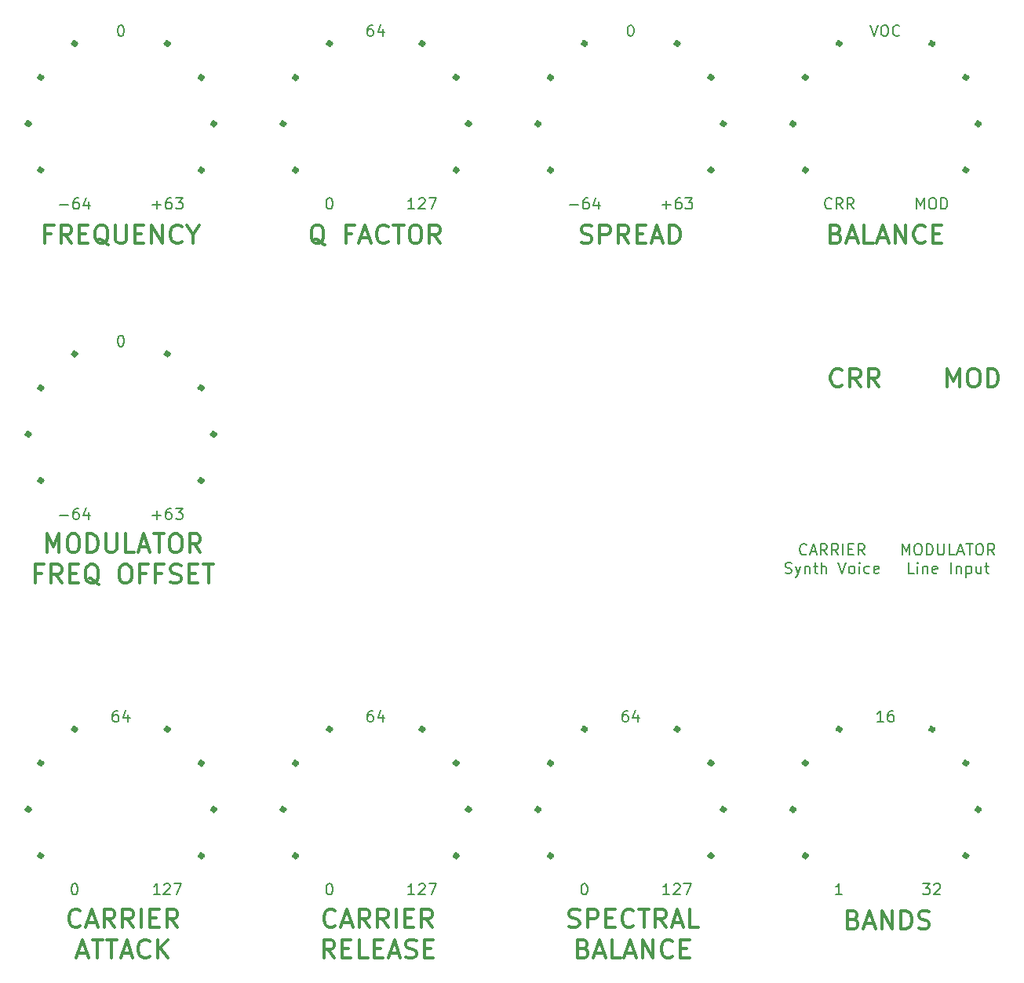
<source format=gbr>
G04 #@! TF.GenerationSoftware,KiCad,Pcbnew,(5.1.4)-1*
G04 #@! TF.CreationDate,2020-12-21T14:05:13-05:00*
G04 #@! TF.ProjectId,vocoder_faceplate,766f636f-6465-4725-9f66-616365706c61,rev?*
G04 #@! TF.SameCoordinates,Original*
G04 #@! TF.FileFunction,Legend,Top*
G04 #@! TF.FilePolarity,Positive*
%FSLAX46Y46*%
G04 Gerber Fmt 4.6, Leading zero omitted, Abs format (unit mm)*
G04 Created by KiCad (PCBNEW (5.1.4)-1) date 2020-12-21 14:05:13*
%MOMM*%
%LPD*%
G04 APERTURE LIST*
%ADD10C,0.200000*%
%ADD11C,0.500000*%
%ADD12C,0.300000*%
G04 APERTURE END LIST*
D10*
X167307142Y-102042857D02*
X167307142Y-100842857D01*
X167707142Y-101700000D01*
X168107142Y-100842857D01*
X168107142Y-102042857D01*
X168907142Y-100842857D02*
X169135714Y-100842857D01*
X169250000Y-100900000D01*
X169364285Y-101014285D01*
X169421428Y-101242857D01*
X169421428Y-101642857D01*
X169364285Y-101871428D01*
X169250000Y-101985714D01*
X169135714Y-102042857D01*
X168907142Y-102042857D01*
X168792857Y-101985714D01*
X168678571Y-101871428D01*
X168621428Y-101642857D01*
X168621428Y-101242857D01*
X168678571Y-101014285D01*
X168792857Y-100900000D01*
X168907142Y-100842857D01*
X169935714Y-102042857D02*
X169935714Y-100842857D01*
X170221428Y-100842857D01*
X170392857Y-100900000D01*
X170507142Y-101014285D01*
X170564285Y-101128571D01*
X170621428Y-101357142D01*
X170621428Y-101528571D01*
X170564285Y-101757142D01*
X170507142Y-101871428D01*
X170392857Y-101985714D01*
X170221428Y-102042857D01*
X169935714Y-102042857D01*
X171135714Y-100842857D02*
X171135714Y-101814285D01*
X171192857Y-101928571D01*
X171250000Y-101985714D01*
X171364285Y-102042857D01*
X171592857Y-102042857D01*
X171707142Y-101985714D01*
X171764285Y-101928571D01*
X171821428Y-101814285D01*
X171821428Y-100842857D01*
X172964285Y-102042857D02*
X172392857Y-102042857D01*
X172392857Y-100842857D01*
X173307142Y-101700000D02*
X173878571Y-101700000D01*
X173192857Y-102042857D02*
X173592857Y-100842857D01*
X173992857Y-102042857D01*
X174221428Y-100842857D02*
X174907142Y-100842857D01*
X174564285Y-102042857D02*
X174564285Y-100842857D01*
X175535714Y-100842857D02*
X175764285Y-100842857D01*
X175878571Y-100900000D01*
X175992857Y-101014285D01*
X176050000Y-101242857D01*
X176050000Y-101642857D01*
X175992857Y-101871428D01*
X175878571Y-101985714D01*
X175764285Y-102042857D01*
X175535714Y-102042857D01*
X175421428Y-101985714D01*
X175307142Y-101871428D01*
X175250000Y-101642857D01*
X175250000Y-101242857D01*
X175307142Y-101014285D01*
X175421428Y-100900000D01*
X175535714Y-100842857D01*
X177250000Y-102042857D02*
X176850000Y-101471428D01*
X176564285Y-102042857D02*
X176564285Y-100842857D01*
X177021428Y-100842857D01*
X177135714Y-100900000D01*
X177192857Y-100957142D01*
X177250000Y-101071428D01*
X177250000Y-101242857D01*
X177192857Y-101357142D01*
X177135714Y-101414285D01*
X177021428Y-101471428D01*
X176564285Y-101471428D01*
X168564285Y-104042857D02*
X167992857Y-104042857D01*
X167992857Y-102842857D01*
X168964285Y-104042857D02*
X168964285Y-103242857D01*
X168964285Y-102842857D02*
X168907142Y-102900000D01*
X168964285Y-102957142D01*
X169021428Y-102900000D01*
X168964285Y-102842857D01*
X168964285Y-102957142D01*
X169535714Y-103242857D02*
X169535714Y-104042857D01*
X169535714Y-103357142D02*
X169592857Y-103300000D01*
X169707142Y-103242857D01*
X169878571Y-103242857D01*
X169992857Y-103300000D01*
X170050000Y-103414285D01*
X170050000Y-104042857D01*
X171078571Y-103985714D02*
X170964285Y-104042857D01*
X170735714Y-104042857D01*
X170621428Y-103985714D01*
X170564285Y-103871428D01*
X170564285Y-103414285D01*
X170621428Y-103300000D01*
X170735714Y-103242857D01*
X170964285Y-103242857D01*
X171078571Y-103300000D01*
X171135714Y-103414285D01*
X171135714Y-103528571D01*
X170564285Y-103642857D01*
X172564285Y-104042857D02*
X172564285Y-102842857D01*
X173135714Y-103242857D02*
X173135714Y-104042857D01*
X173135714Y-103357142D02*
X173192857Y-103300000D01*
X173307142Y-103242857D01*
X173478571Y-103242857D01*
X173592857Y-103300000D01*
X173650000Y-103414285D01*
X173650000Y-104042857D01*
X174221428Y-103242857D02*
X174221428Y-104442857D01*
X174221428Y-103300000D02*
X174335714Y-103242857D01*
X174564285Y-103242857D01*
X174678571Y-103300000D01*
X174735714Y-103357142D01*
X174792857Y-103471428D01*
X174792857Y-103814285D01*
X174735714Y-103928571D01*
X174678571Y-103985714D01*
X174564285Y-104042857D01*
X174335714Y-104042857D01*
X174221428Y-103985714D01*
X175821428Y-103242857D02*
X175821428Y-104042857D01*
X175307142Y-103242857D02*
X175307142Y-103871428D01*
X175364285Y-103985714D01*
X175478571Y-104042857D01*
X175650000Y-104042857D01*
X175764285Y-103985714D01*
X175821428Y-103928571D01*
X176221428Y-103242857D02*
X176678571Y-103242857D01*
X176392857Y-102842857D02*
X176392857Y-103871428D01*
X176450000Y-103985714D01*
X176564285Y-104042857D01*
X176678571Y-104042857D01*
X156978571Y-101928571D02*
X156921428Y-101985714D01*
X156750000Y-102042857D01*
X156635714Y-102042857D01*
X156464285Y-101985714D01*
X156350000Y-101871428D01*
X156292857Y-101757142D01*
X156235714Y-101528571D01*
X156235714Y-101357142D01*
X156292857Y-101128571D01*
X156350000Y-101014285D01*
X156464285Y-100900000D01*
X156635714Y-100842857D01*
X156750000Y-100842857D01*
X156921428Y-100900000D01*
X156978571Y-100957142D01*
X157435714Y-101700000D02*
X158007142Y-101700000D01*
X157321428Y-102042857D02*
X157721428Y-100842857D01*
X158121428Y-102042857D01*
X159207142Y-102042857D02*
X158807142Y-101471428D01*
X158521428Y-102042857D02*
X158521428Y-100842857D01*
X158978571Y-100842857D01*
X159092857Y-100900000D01*
X159150000Y-100957142D01*
X159207142Y-101071428D01*
X159207142Y-101242857D01*
X159150000Y-101357142D01*
X159092857Y-101414285D01*
X158978571Y-101471428D01*
X158521428Y-101471428D01*
X160407142Y-102042857D02*
X160007142Y-101471428D01*
X159721428Y-102042857D02*
X159721428Y-100842857D01*
X160178571Y-100842857D01*
X160292857Y-100900000D01*
X160350000Y-100957142D01*
X160407142Y-101071428D01*
X160407142Y-101242857D01*
X160350000Y-101357142D01*
X160292857Y-101414285D01*
X160178571Y-101471428D01*
X159721428Y-101471428D01*
X160921428Y-102042857D02*
X160921428Y-100842857D01*
X161492857Y-101414285D02*
X161892857Y-101414285D01*
X162064285Y-102042857D02*
X161492857Y-102042857D01*
X161492857Y-100842857D01*
X162064285Y-100842857D01*
X163264285Y-102042857D02*
X162864285Y-101471428D01*
X162578571Y-102042857D02*
X162578571Y-100842857D01*
X163035714Y-100842857D01*
X163150000Y-100900000D01*
X163207142Y-100957142D01*
X163264285Y-101071428D01*
X163264285Y-101242857D01*
X163207142Y-101357142D01*
X163150000Y-101414285D01*
X163035714Y-101471428D01*
X162578571Y-101471428D01*
X154692857Y-103985714D02*
X154864285Y-104042857D01*
X155150000Y-104042857D01*
X155264285Y-103985714D01*
X155321428Y-103928571D01*
X155378571Y-103814285D01*
X155378571Y-103700000D01*
X155321428Y-103585714D01*
X155264285Y-103528571D01*
X155150000Y-103471428D01*
X154921428Y-103414285D01*
X154807142Y-103357142D01*
X154750000Y-103300000D01*
X154692857Y-103185714D01*
X154692857Y-103071428D01*
X154750000Y-102957142D01*
X154807142Y-102900000D01*
X154921428Y-102842857D01*
X155207142Y-102842857D01*
X155378571Y-102900000D01*
X155778571Y-103242857D02*
X156064285Y-104042857D01*
X156350000Y-103242857D02*
X156064285Y-104042857D01*
X155950000Y-104328571D01*
X155892857Y-104385714D01*
X155778571Y-104442857D01*
X156807142Y-103242857D02*
X156807142Y-104042857D01*
X156807142Y-103357142D02*
X156864285Y-103300000D01*
X156978571Y-103242857D01*
X157150000Y-103242857D01*
X157264285Y-103300000D01*
X157321428Y-103414285D01*
X157321428Y-104042857D01*
X157721428Y-103242857D02*
X158178571Y-103242857D01*
X157892857Y-102842857D02*
X157892857Y-103871428D01*
X157950000Y-103985714D01*
X158064285Y-104042857D01*
X158178571Y-104042857D01*
X158578571Y-104042857D02*
X158578571Y-102842857D01*
X159092857Y-104042857D02*
X159092857Y-103414285D01*
X159035714Y-103300000D01*
X158921428Y-103242857D01*
X158750000Y-103242857D01*
X158635714Y-103300000D01*
X158578571Y-103357142D01*
X160407142Y-102842857D02*
X160807142Y-104042857D01*
X161207142Y-102842857D01*
X161778571Y-104042857D02*
X161664285Y-103985714D01*
X161607142Y-103928571D01*
X161550000Y-103814285D01*
X161550000Y-103471428D01*
X161607142Y-103357142D01*
X161664285Y-103300000D01*
X161778571Y-103242857D01*
X161950000Y-103242857D01*
X162064285Y-103300000D01*
X162121428Y-103357142D01*
X162178571Y-103471428D01*
X162178571Y-103814285D01*
X162121428Y-103928571D01*
X162064285Y-103985714D01*
X161950000Y-104042857D01*
X161778571Y-104042857D01*
X162692857Y-104042857D02*
X162692857Y-103242857D01*
X162692857Y-102842857D02*
X162635714Y-102900000D01*
X162692857Y-102957142D01*
X162750000Y-102900000D01*
X162692857Y-102842857D01*
X162692857Y-102957142D01*
X163778571Y-103985714D02*
X163664285Y-104042857D01*
X163435714Y-104042857D01*
X163321428Y-103985714D01*
X163264285Y-103928571D01*
X163207142Y-103814285D01*
X163207142Y-103471428D01*
X163264285Y-103357142D01*
X163321428Y-103300000D01*
X163435714Y-103242857D01*
X163664285Y-103242857D01*
X163778571Y-103300000D01*
X164750000Y-103985714D02*
X164635714Y-104042857D01*
X164407142Y-104042857D01*
X164292857Y-103985714D01*
X164235714Y-103871428D01*
X164235714Y-103414285D01*
X164292857Y-103300000D01*
X164407142Y-103242857D01*
X164635714Y-103242857D01*
X164750000Y-103300000D01*
X164807142Y-103414285D01*
X164807142Y-103528571D01*
X164235714Y-103642857D01*
X169527827Y-137503540D02*
X170270684Y-137503540D01*
X169870684Y-137960683D01*
X170042113Y-137960683D01*
X170156398Y-138017825D01*
X170213541Y-138074968D01*
X170270684Y-138189254D01*
X170270684Y-138474968D01*
X170213541Y-138589254D01*
X170156398Y-138646397D01*
X170042113Y-138703540D01*
X169699256Y-138703540D01*
X169584970Y-138646397D01*
X169527827Y-138589254D01*
X170727827Y-137617825D02*
X170784970Y-137560683D01*
X170899256Y-137503540D01*
X171184970Y-137503540D01*
X171299256Y-137560683D01*
X171356398Y-137617825D01*
X171413541Y-137732111D01*
X171413541Y-137846397D01*
X171356398Y-138017825D01*
X170670684Y-138703540D01*
X171413541Y-138703540D01*
X165271428Y-120042857D02*
X164585714Y-120042857D01*
X164928571Y-120042857D02*
X164928571Y-118842857D01*
X164814285Y-119014285D01*
X164700000Y-119128571D01*
X164585714Y-119185714D01*
X166300000Y-118842857D02*
X166071428Y-118842857D01*
X165957142Y-118900000D01*
X165900000Y-118957142D01*
X165785714Y-119128571D01*
X165728571Y-119357142D01*
X165728571Y-119814285D01*
X165785714Y-119928571D01*
X165842857Y-119985714D01*
X165957142Y-120042857D01*
X166185714Y-120042857D01*
X166300000Y-119985714D01*
X166357142Y-119928571D01*
X166414285Y-119814285D01*
X166414285Y-119528571D01*
X166357142Y-119414285D01*
X166300000Y-119357142D01*
X166185714Y-119300000D01*
X165957142Y-119300000D01*
X165842857Y-119357142D01*
X165785714Y-119414285D01*
X165728571Y-119528571D01*
X160843601Y-138703539D02*
X160157886Y-138703539D01*
X160500744Y-138703539D02*
X160500744Y-137503539D01*
X160386458Y-137674967D01*
X160272172Y-137789253D01*
X160157886Y-137846396D01*
D11*
X174321368Y-124500744D02*
G75*
G03X174321368Y-124500744I-160685J0D01*
G01*
X155660685Y-129500000D02*
G75*
G03X155660685Y-129500000I-160685J0D01*
G01*
X157000002Y-134499256D02*
G75*
G03X157000002Y-134499256I-160685J0D01*
G01*
X175660685Y-129500000D02*
G75*
G03X175660685Y-129500000I-160685J0D01*
G01*
X157000003Y-124500744D02*
G75*
G03X157000003Y-124500744I-160685J0D01*
G01*
X160661429Y-120839317D02*
G75*
G03X160661429Y-120839317I-160685J0D01*
G01*
X170659941Y-120839318D02*
G75*
G03X170659941Y-120839318I-160685J0D01*
G01*
X174321367Y-134499256D02*
G75*
G03X174321367Y-134499256I-160685J0D01*
G01*
D10*
X142199256Y-138703540D02*
X141513541Y-138703540D01*
X141856398Y-138703540D02*
X141856398Y-137503540D01*
X141742113Y-137674968D01*
X141627827Y-137789254D01*
X141513541Y-137846397D01*
X142656398Y-137617825D02*
X142713541Y-137560683D01*
X142827827Y-137503540D01*
X143113541Y-137503540D01*
X143227827Y-137560683D01*
X143284970Y-137617825D01*
X143342113Y-137732111D01*
X143342113Y-137846397D01*
X143284970Y-138017825D01*
X142599256Y-138703540D01*
X143342113Y-138703540D01*
X143742113Y-137503540D02*
X144542113Y-137503540D01*
X144027827Y-138703540D01*
X137657142Y-118842857D02*
X137428571Y-118842857D01*
X137314285Y-118900000D01*
X137257142Y-118957142D01*
X137142857Y-119128571D01*
X137085714Y-119357142D01*
X137085714Y-119814285D01*
X137142857Y-119928571D01*
X137200000Y-119985714D01*
X137314285Y-120042857D01*
X137542857Y-120042857D01*
X137657142Y-119985714D01*
X137714285Y-119928571D01*
X137771428Y-119814285D01*
X137771428Y-119528571D01*
X137714285Y-119414285D01*
X137657142Y-119357142D01*
X137542857Y-119300000D01*
X137314285Y-119300000D01*
X137200000Y-119357142D01*
X137142857Y-119414285D01*
X137085714Y-119528571D01*
X138800000Y-119242857D02*
X138800000Y-120042857D01*
X138514285Y-118785714D02*
X138228571Y-119642857D01*
X138971428Y-119642857D01*
X132943601Y-137503539D02*
X133057886Y-137503539D01*
X133172172Y-137560682D01*
X133229315Y-137617824D01*
X133286458Y-137732110D01*
X133343601Y-137960682D01*
X133343601Y-138246396D01*
X133286458Y-138474967D01*
X133229315Y-138589253D01*
X133172172Y-138646396D01*
X133057886Y-138703539D01*
X132943601Y-138703539D01*
X132829315Y-138646396D01*
X132772172Y-138589253D01*
X132715029Y-138474967D01*
X132657886Y-138246396D01*
X132657886Y-137960682D01*
X132715029Y-137732110D01*
X132772172Y-137617824D01*
X132829315Y-137560682D01*
X132943601Y-137503539D01*
D11*
X146821368Y-124500744D02*
G75*
G03X146821368Y-124500744I-160685J0D01*
G01*
X128160685Y-129500000D02*
G75*
G03X128160685Y-129500000I-160685J0D01*
G01*
X129500002Y-134499256D02*
G75*
G03X129500002Y-134499256I-160685J0D01*
G01*
X148160685Y-129500000D02*
G75*
G03X148160685Y-129500000I-160685J0D01*
G01*
X129500003Y-124500744D02*
G75*
G03X129500003Y-124500744I-160685J0D01*
G01*
X133161429Y-120839317D02*
G75*
G03X133161429Y-120839317I-160685J0D01*
G01*
X143159941Y-120839318D02*
G75*
G03X143159941Y-120839318I-160685J0D01*
G01*
X146821367Y-134499256D02*
G75*
G03X146821367Y-134499256I-160685J0D01*
G01*
D10*
X114699256Y-138703540D02*
X114013541Y-138703540D01*
X114356398Y-138703540D02*
X114356398Y-137503540D01*
X114242113Y-137674968D01*
X114127827Y-137789254D01*
X114013541Y-137846397D01*
X115156398Y-137617825D02*
X115213541Y-137560683D01*
X115327827Y-137503540D01*
X115613541Y-137503540D01*
X115727827Y-137560683D01*
X115784970Y-137617825D01*
X115842113Y-137732111D01*
X115842113Y-137846397D01*
X115784970Y-138017825D01*
X115099256Y-138703540D01*
X115842113Y-138703540D01*
X116242113Y-137503540D02*
X117042113Y-137503540D01*
X116527827Y-138703540D01*
X110157142Y-118842857D02*
X109928571Y-118842857D01*
X109814285Y-118900000D01*
X109757142Y-118957142D01*
X109642857Y-119128571D01*
X109585714Y-119357142D01*
X109585714Y-119814285D01*
X109642857Y-119928571D01*
X109700000Y-119985714D01*
X109814285Y-120042857D01*
X110042857Y-120042857D01*
X110157142Y-119985714D01*
X110214285Y-119928571D01*
X110271428Y-119814285D01*
X110271428Y-119528571D01*
X110214285Y-119414285D01*
X110157142Y-119357142D01*
X110042857Y-119300000D01*
X109814285Y-119300000D01*
X109700000Y-119357142D01*
X109642857Y-119414285D01*
X109585714Y-119528571D01*
X111300000Y-119242857D02*
X111300000Y-120042857D01*
X111014285Y-118785714D02*
X110728571Y-119642857D01*
X111471428Y-119642857D01*
X105443601Y-137503539D02*
X105557886Y-137503539D01*
X105672172Y-137560682D01*
X105729315Y-137617824D01*
X105786458Y-137732110D01*
X105843601Y-137960682D01*
X105843601Y-138246396D01*
X105786458Y-138474967D01*
X105729315Y-138589253D01*
X105672172Y-138646396D01*
X105557886Y-138703539D01*
X105443601Y-138703539D01*
X105329315Y-138646396D01*
X105272172Y-138589253D01*
X105215029Y-138474967D01*
X105157886Y-138246396D01*
X105157886Y-137960682D01*
X105215029Y-137732110D01*
X105272172Y-137617824D01*
X105329315Y-137560682D01*
X105443601Y-137503539D01*
D11*
X119321368Y-124500744D02*
G75*
G03X119321368Y-124500744I-160685J0D01*
G01*
X100660685Y-129500000D02*
G75*
G03X100660685Y-129500000I-160685J0D01*
G01*
X102000002Y-134499256D02*
G75*
G03X102000002Y-134499256I-160685J0D01*
G01*
X120660685Y-129500000D02*
G75*
G03X120660685Y-129500000I-160685J0D01*
G01*
X102000003Y-124500744D02*
G75*
G03X102000003Y-124500744I-160685J0D01*
G01*
X105661429Y-120839317D02*
G75*
G03X105661429Y-120839317I-160685J0D01*
G01*
X115659941Y-120839318D02*
G75*
G03X115659941Y-120839318I-160685J0D01*
G01*
X119321367Y-134499256D02*
G75*
G03X119321367Y-134499256I-160685J0D01*
G01*
D10*
X87199256Y-138703540D02*
X86513541Y-138703540D01*
X86856398Y-138703540D02*
X86856398Y-137503540D01*
X86742113Y-137674968D01*
X86627827Y-137789254D01*
X86513541Y-137846397D01*
X87656398Y-137617825D02*
X87713541Y-137560683D01*
X87827827Y-137503540D01*
X88113541Y-137503540D01*
X88227827Y-137560683D01*
X88284970Y-137617825D01*
X88342113Y-137732111D01*
X88342113Y-137846397D01*
X88284970Y-138017825D01*
X87599256Y-138703540D01*
X88342113Y-138703540D01*
X88742113Y-137503540D02*
X89542113Y-137503540D01*
X89027827Y-138703540D01*
X82657142Y-118842857D02*
X82428571Y-118842857D01*
X82314285Y-118900000D01*
X82257142Y-118957142D01*
X82142857Y-119128571D01*
X82085714Y-119357142D01*
X82085714Y-119814285D01*
X82142857Y-119928571D01*
X82200000Y-119985714D01*
X82314285Y-120042857D01*
X82542857Y-120042857D01*
X82657142Y-119985714D01*
X82714285Y-119928571D01*
X82771428Y-119814285D01*
X82771428Y-119528571D01*
X82714285Y-119414285D01*
X82657142Y-119357142D01*
X82542857Y-119300000D01*
X82314285Y-119300000D01*
X82200000Y-119357142D01*
X82142857Y-119414285D01*
X82085714Y-119528571D01*
X83800000Y-119242857D02*
X83800000Y-120042857D01*
X83514285Y-118785714D02*
X83228571Y-119642857D01*
X83971428Y-119642857D01*
X77943601Y-137503539D02*
X78057886Y-137503539D01*
X78172172Y-137560682D01*
X78229315Y-137617824D01*
X78286458Y-137732110D01*
X78343601Y-137960682D01*
X78343601Y-138246396D01*
X78286458Y-138474967D01*
X78229315Y-138589253D01*
X78172172Y-138646396D01*
X78057886Y-138703539D01*
X77943601Y-138703539D01*
X77829315Y-138646396D01*
X77772172Y-138589253D01*
X77715029Y-138474967D01*
X77657886Y-138246396D01*
X77657886Y-137960682D01*
X77715029Y-137732110D01*
X77772172Y-137617824D01*
X77829315Y-137560682D01*
X77943601Y-137503539D01*
D11*
X91821368Y-124500744D02*
G75*
G03X91821368Y-124500744I-160685J0D01*
G01*
X73160685Y-129500000D02*
G75*
G03X73160685Y-129500000I-160685J0D01*
G01*
X74500002Y-134499256D02*
G75*
G03X74500002Y-134499256I-160685J0D01*
G01*
X93160685Y-129500000D02*
G75*
G03X93160685Y-129500000I-160685J0D01*
G01*
X74500003Y-124500744D02*
G75*
G03X74500003Y-124500744I-160685J0D01*
G01*
X78161429Y-120839317D02*
G75*
G03X78161429Y-120839317I-160685J0D01*
G01*
X88159941Y-120839318D02*
G75*
G03X88159941Y-120839318I-160685J0D01*
G01*
X91821367Y-134499256D02*
G75*
G03X91821367Y-134499256I-160685J0D01*
G01*
D10*
X86399256Y-97746397D02*
X87313541Y-97746397D01*
X86856398Y-98203540D02*
X86856398Y-97289254D01*
X88399256Y-97003540D02*
X88170684Y-97003540D01*
X88056398Y-97060683D01*
X87999256Y-97117825D01*
X87884970Y-97289254D01*
X87827827Y-97517825D01*
X87827827Y-97974968D01*
X87884970Y-98089254D01*
X87942113Y-98146397D01*
X88056398Y-98203540D01*
X88284970Y-98203540D01*
X88399256Y-98146397D01*
X88456398Y-98089254D01*
X88513541Y-97974968D01*
X88513541Y-97689254D01*
X88456398Y-97574968D01*
X88399256Y-97517825D01*
X88284970Y-97460683D01*
X88056398Y-97460683D01*
X87942113Y-97517825D01*
X87884970Y-97574968D01*
X87827827Y-97689254D01*
X88913541Y-97003540D02*
X89656398Y-97003540D01*
X89256398Y-97460683D01*
X89427827Y-97460683D01*
X89542113Y-97517825D01*
X89599256Y-97574968D01*
X89656398Y-97689254D01*
X89656398Y-97974968D01*
X89599256Y-98089254D01*
X89542113Y-98146397D01*
X89427827Y-98203540D01*
X89084970Y-98203540D01*
X88970684Y-98146397D01*
X88913541Y-98089254D01*
X82942857Y-78342857D02*
X83057142Y-78342857D01*
X83171428Y-78400000D01*
X83228571Y-78457142D01*
X83285714Y-78571428D01*
X83342857Y-78800000D01*
X83342857Y-79085714D01*
X83285714Y-79314285D01*
X83228571Y-79428571D01*
X83171428Y-79485714D01*
X83057142Y-79542857D01*
X82942857Y-79542857D01*
X82828571Y-79485714D01*
X82771428Y-79428571D01*
X82714285Y-79314285D01*
X82657142Y-79085714D01*
X82657142Y-78800000D01*
X82714285Y-78571428D01*
X82771428Y-78457142D01*
X82828571Y-78400000D01*
X82942857Y-78342857D01*
X76400744Y-97746396D02*
X77315029Y-97746396D01*
X78400744Y-97003539D02*
X78172172Y-97003539D01*
X78057886Y-97060682D01*
X78000744Y-97117824D01*
X77886458Y-97289253D01*
X77829315Y-97517824D01*
X77829315Y-97974967D01*
X77886458Y-98089253D01*
X77943601Y-98146396D01*
X78057886Y-98203539D01*
X78286458Y-98203539D01*
X78400744Y-98146396D01*
X78457886Y-98089253D01*
X78515029Y-97974967D01*
X78515029Y-97689253D01*
X78457886Y-97574967D01*
X78400744Y-97517824D01*
X78286458Y-97460682D01*
X78057886Y-97460682D01*
X77943601Y-97517824D01*
X77886458Y-97574967D01*
X77829315Y-97689253D01*
X79543601Y-97403539D02*
X79543601Y-98203539D01*
X79257886Y-96946396D02*
X78972172Y-97803539D01*
X79715029Y-97803539D01*
D11*
X91821368Y-84000744D02*
G75*
G03X91821368Y-84000744I-160685J0D01*
G01*
X73160685Y-89000000D02*
G75*
G03X73160685Y-89000000I-160685J0D01*
G01*
X74500002Y-93999256D02*
G75*
G03X74500002Y-93999256I-160685J0D01*
G01*
X93160685Y-89000000D02*
G75*
G03X93160685Y-89000000I-160685J0D01*
G01*
X74500003Y-84000744D02*
G75*
G03X74500003Y-84000744I-160685J0D01*
G01*
X78161429Y-80339317D02*
G75*
G03X78161429Y-80339317I-160685J0D01*
G01*
X88159941Y-80339318D02*
G75*
G03X88159941Y-80339318I-160685J0D01*
G01*
X91821367Y-93999256D02*
G75*
G03X91821367Y-93999256I-160685J0D01*
G01*
D10*
X168870684Y-64703540D02*
X168870684Y-63503540D01*
X169270684Y-64360683D01*
X169670684Y-63503540D01*
X169670684Y-64703540D01*
X170470684Y-63503540D02*
X170699256Y-63503540D01*
X170813541Y-63560683D01*
X170927827Y-63674968D01*
X170984970Y-63903540D01*
X170984970Y-64303540D01*
X170927827Y-64532111D01*
X170813541Y-64646397D01*
X170699256Y-64703540D01*
X170470684Y-64703540D01*
X170356398Y-64646397D01*
X170242113Y-64532111D01*
X170184970Y-64303540D01*
X170184970Y-63903540D01*
X170242113Y-63674968D01*
X170356398Y-63560683D01*
X170470684Y-63503540D01*
X171499256Y-64703540D02*
X171499256Y-63503540D01*
X171784970Y-63503540D01*
X171956398Y-63560683D01*
X172070684Y-63674968D01*
X172127827Y-63789254D01*
X172184970Y-64017825D01*
X172184970Y-64189254D01*
X172127827Y-64417825D01*
X172070684Y-64532111D01*
X171956398Y-64646397D01*
X171784970Y-64703540D01*
X171499256Y-64703540D01*
X163871428Y-44842857D02*
X164271428Y-46042857D01*
X164671428Y-44842857D01*
X165300000Y-44842857D02*
X165528571Y-44842857D01*
X165642857Y-44900000D01*
X165757142Y-45014285D01*
X165814285Y-45242857D01*
X165814285Y-45642857D01*
X165757142Y-45871428D01*
X165642857Y-45985714D01*
X165528571Y-46042857D01*
X165300000Y-46042857D01*
X165185714Y-45985714D01*
X165071428Y-45871428D01*
X165014285Y-45642857D01*
X165014285Y-45242857D01*
X165071428Y-45014285D01*
X165185714Y-44900000D01*
X165300000Y-44842857D01*
X167014285Y-45928571D02*
X166957142Y-45985714D01*
X166785714Y-46042857D01*
X166671428Y-46042857D01*
X166500000Y-45985714D01*
X166385714Y-45871428D01*
X166328571Y-45757142D01*
X166271428Y-45528571D01*
X166271428Y-45357142D01*
X166328571Y-45128571D01*
X166385714Y-45014285D01*
X166500000Y-44900000D01*
X166671428Y-44842857D01*
X166785714Y-44842857D01*
X166957142Y-44900000D01*
X167014285Y-44957142D01*
X159672172Y-64589253D02*
X159615029Y-64646396D01*
X159443601Y-64703539D01*
X159329315Y-64703539D01*
X159157886Y-64646396D01*
X159043601Y-64532110D01*
X158986458Y-64417824D01*
X158929315Y-64189253D01*
X158929315Y-64017824D01*
X158986458Y-63789253D01*
X159043601Y-63674967D01*
X159157886Y-63560682D01*
X159329315Y-63503539D01*
X159443601Y-63503539D01*
X159615029Y-63560682D01*
X159672172Y-63617824D01*
X160872172Y-64703539D02*
X160472172Y-64132110D01*
X160186458Y-64703539D02*
X160186458Y-63503539D01*
X160643601Y-63503539D01*
X160757886Y-63560682D01*
X160815029Y-63617824D01*
X160872172Y-63732110D01*
X160872172Y-63903539D01*
X160815029Y-64017824D01*
X160757886Y-64074967D01*
X160643601Y-64132110D01*
X160186458Y-64132110D01*
X162072172Y-64703539D02*
X161672172Y-64132110D01*
X161386458Y-64703539D02*
X161386458Y-63503539D01*
X161843601Y-63503539D01*
X161957886Y-63560682D01*
X162015029Y-63617824D01*
X162072172Y-63732110D01*
X162072172Y-63903539D01*
X162015029Y-64017824D01*
X161957886Y-64074967D01*
X161843601Y-64132110D01*
X161386458Y-64132110D01*
D11*
X174321368Y-50500744D02*
G75*
G03X174321368Y-50500744I-160685J0D01*
G01*
X155660685Y-55500000D02*
G75*
G03X155660685Y-55500000I-160685J0D01*
G01*
X157000002Y-60499256D02*
G75*
G03X157000002Y-60499256I-160685J0D01*
G01*
X175660685Y-55500000D02*
G75*
G03X175660685Y-55500000I-160685J0D01*
G01*
X157000003Y-50500744D02*
G75*
G03X157000003Y-50500744I-160685J0D01*
G01*
X160661429Y-46839317D02*
G75*
G03X160661429Y-46839317I-160685J0D01*
G01*
X170659941Y-46839318D02*
G75*
G03X170659941Y-46839318I-160685J0D01*
G01*
X174321367Y-60499256D02*
G75*
G03X174321367Y-60499256I-160685J0D01*
G01*
D10*
X141399256Y-64246397D02*
X142313541Y-64246397D01*
X141856398Y-64703540D02*
X141856398Y-63789254D01*
X143399256Y-63503540D02*
X143170684Y-63503540D01*
X143056398Y-63560683D01*
X142999256Y-63617825D01*
X142884970Y-63789254D01*
X142827827Y-64017825D01*
X142827827Y-64474968D01*
X142884970Y-64589254D01*
X142942113Y-64646397D01*
X143056398Y-64703540D01*
X143284970Y-64703540D01*
X143399256Y-64646397D01*
X143456398Y-64589254D01*
X143513541Y-64474968D01*
X143513541Y-64189254D01*
X143456398Y-64074968D01*
X143399256Y-64017825D01*
X143284970Y-63960683D01*
X143056398Y-63960683D01*
X142942113Y-64017825D01*
X142884970Y-64074968D01*
X142827827Y-64189254D01*
X143913541Y-63503540D02*
X144656398Y-63503540D01*
X144256398Y-63960683D01*
X144427827Y-63960683D01*
X144542113Y-64017825D01*
X144599256Y-64074968D01*
X144656398Y-64189254D01*
X144656398Y-64474968D01*
X144599256Y-64589254D01*
X144542113Y-64646397D01*
X144427827Y-64703540D01*
X144084970Y-64703540D01*
X143970684Y-64646397D01*
X143913541Y-64589254D01*
X137942857Y-44842857D02*
X138057142Y-44842857D01*
X138171428Y-44900000D01*
X138228571Y-44957142D01*
X138285714Y-45071428D01*
X138342857Y-45300000D01*
X138342857Y-45585714D01*
X138285714Y-45814285D01*
X138228571Y-45928571D01*
X138171428Y-45985714D01*
X138057142Y-46042857D01*
X137942857Y-46042857D01*
X137828571Y-45985714D01*
X137771428Y-45928571D01*
X137714285Y-45814285D01*
X137657142Y-45585714D01*
X137657142Y-45300000D01*
X137714285Y-45071428D01*
X137771428Y-44957142D01*
X137828571Y-44900000D01*
X137942857Y-44842857D01*
X131400744Y-64246396D02*
X132315029Y-64246396D01*
X133400744Y-63503539D02*
X133172172Y-63503539D01*
X133057886Y-63560682D01*
X133000744Y-63617824D01*
X132886458Y-63789253D01*
X132829315Y-64017824D01*
X132829315Y-64474967D01*
X132886458Y-64589253D01*
X132943601Y-64646396D01*
X133057886Y-64703539D01*
X133286458Y-64703539D01*
X133400744Y-64646396D01*
X133457886Y-64589253D01*
X133515029Y-64474967D01*
X133515029Y-64189253D01*
X133457886Y-64074967D01*
X133400744Y-64017824D01*
X133286458Y-63960682D01*
X133057886Y-63960682D01*
X132943601Y-64017824D01*
X132886458Y-64074967D01*
X132829315Y-64189253D01*
X134543601Y-63903539D02*
X134543601Y-64703539D01*
X134257886Y-63446396D02*
X133972172Y-64303539D01*
X134715029Y-64303539D01*
D11*
X146821368Y-50500744D02*
G75*
G03X146821368Y-50500744I-160685J0D01*
G01*
X128160685Y-55500000D02*
G75*
G03X128160685Y-55500000I-160685J0D01*
G01*
X129500002Y-60499256D02*
G75*
G03X129500002Y-60499256I-160685J0D01*
G01*
X148160685Y-55500000D02*
G75*
G03X148160685Y-55500000I-160685J0D01*
G01*
X129500003Y-50500744D02*
G75*
G03X129500003Y-50500744I-160685J0D01*
G01*
X133161429Y-46839317D02*
G75*
G03X133161429Y-46839317I-160685J0D01*
G01*
X143159941Y-46839318D02*
G75*
G03X143159941Y-46839318I-160685J0D01*
G01*
X146821367Y-60499256D02*
G75*
G03X146821367Y-60499256I-160685J0D01*
G01*
D10*
X114699256Y-64703540D02*
X114013541Y-64703540D01*
X114356398Y-64703540D02*
X114356398Y-63503540D01*
X114242113Y-63674968D01*
X114127827Y-63789254D01*
X114013541Y-63846397D01*
X115156398Y-63617825D02*
X115213541Y-63560683D01*
X115327827Y-63503540D01*
X115613541Y-63503540D01*
X115727827Y-63560683D01*
X115784970Y-63617825D01*
X115842113Y-63732111D01*
X115842113Y-63846397D01*
X115784970Y-64017825D01*
X115099256Y-64703540D01*
X115842113Y-64703540D01*
X116242113Y-63503540D02*
X117042113Y-63503540D01*
X116527827Y-64703540D01*
X110157142Y-44842857D02*
X109928571Y-44842857D01*
X109814285Y-44900000D01*
X109757142Y-44957142D01*
X109642857Y-45128571D01*
X109585714Y-45357142D01*
X109585714Y-45814285D01*
X109642857Y-45928571D01*
X109700000Y-45985714D01*
X109814285Y-46042857D01*
X110042857Y-46042857D01*
X110157142Y-45985714D01*
X110214285Y-45928571D01*
X110271428Y-45814285D01*
X110271428Y-45528571D01*
X110214285Y-45414285D01*
X110157142Y-45357142D01*
X110042857Y-45300000D01*
X109814285Y-45300000D01*
X109700000Y-45357142D01*
X109642857Y-45414285D01*
X109585714Y-45528571D01*
X111300000Y-45242857D02*
X111300000Y-46042857D01*
X111014285Y-44785714D02*
X110728571Y-45642857D01*
X111471428Y-45642857D01*
X105443601Y-63503539D02*
X105557886Y-63503539D01*
X105672172Y-63560682D01*
X105729315Y-63617824D01*
X105786458Y-63732110D01*
X105843601Y-63960682D01*
X105843601Y-64246396D01*
X105786458Y-64474967D01*
X105729315Y-64589253D01*
X105672172Y-64646396D01*
X105557886Y-64703539D01*
X105443601Y-64703539D01*
X105329315Y-64646396D01*
X105272172Y-64589253D01*
X105215029Y-64474967D01*
X105157886Y-64246396D01*
X105157886Y-63960682D01*
X105215029Y-63732110D01*
X105272172Y-63617824D01*
X105329315Y-63560682D01*
X105443601Y-63503539D01*
D11*
X119321368Y-50500744D02*
G75*
G03X119321368Y-50500744I-160685J0D01*
G01*
X100660685Y-55500000D02*
G75*
G03X100660685Y-55500000I-160685J0D01*
G01*
X102000002Y-60499256D02*
G75*
G03X102000002Y-60499256I-160685J0D01*
G01*
X120660685Y-55500000D02*
G75*
G03X120660685Y-55500000I-160685J0D01*
G01*
X102000003Y-50500744D02*
G75*
G03X102000003Y-50500744I-160685J0D01*
G01*
X105661429Y-46839317D02*
G75*
G03X105661429Y-46839317I-160685J0D01*
G01*
X115659941Y-46839318D02*
G75*
G03X115659941Y-46839318I-160685J0D01*
G01*
X119321367Y-60499256D02*
G75*
G03X119321367Y-60499256I-160685J0D01*
G01*
X74500003Y-50500744D02*
G75*
G03X74500003Y-50500744I-160685J0D01*
G01*
X78161429Y-46839317D02*
G75*
G03X78161429Y-46839317I-160685J0D01*
G01*
X88159941Y-46839318D02*
G75*
G03X88159941Y-46839318I-160685J0D01*
G01*
X91821368Y-50500744D02*
G75*
G03X91821368Y-50500744I-160685J0D01*
G01*
X91821367Y-60499256D02*
G75*
G03X91821367Y-60499256I-160685J0D01*
G01*
X93160685Y-55500000D02*
G75*
G03X93160685Y-55500000I-160685J0D01*
G01*
X73160685Y-55500000D02*
G75*
G03X73160685Y-55500000I-160685J0D01*
G01*
X74500002Y-60499256D02*
G75*
G03X74500002Y-60499256I-160685J0D01*
G01*
D12*
X160814047Y-83714285D02*
X160718809Y-83809523D01*
X160433095Y-83904761D01*
X160242619Y-83904761D01*
X159956904Y-83809523D01*
X159766428Y-83619047D01*
X159671190Y-83428571D01*
X159575952Y-83047619D01*
X159575952Y-82761904D01*
X159671190Y-82380952D01*
X159766428Y-82190476D01*
X159956904Y-82000000D01*
X160242619Y-81904761D01*
X160433095Y-81904761D01*
X160718809Y-82000000D01*
X160814047Y-82095238D01*
X162814047Y-83904761D02*
X162147380Y-82952380D01*
X161671190Y-83904761D02*
X161671190Y-81904761D01*
X162433095Y-81904761D01*
X162623571Y-82000000D01*
X162718809Y-82095238D01*
X162814047Y-82285714D01*
X162814047Y-82571428D01*
X162718809Y-82761904D01*
X162623571Y-82857142D01*
X162433095Y-82952380D01*
X161671190Y-82952380D01*
X164814047Y-83904761D02*
X164147380Y-82952380D01*
X163671190Y-83904761D02*
X163671190Y-81904761D01*
X164433095Y-81904761D01*
X164623571Y-82000000D01*
X164718809Y-82095238D01*
X164814047Y-82285714D01*
X164814047Y-82571428D01*
X164718809Y-82761904D01*
X164623571Y-82857142D01*
X164433095Y-82952380D01*
X163671190Y-82952380D01*
D10*
X86399256Y-64246397D02*
X87313541Y-64246397D01*
X86856398Y-64703540D02*
X86856398Y-63789254D01*
X88399256Y-63503540D02*
X88170684Y-63503540D01*
X88056398Y-63560683D01*
X87999256Y-63617825D01*
X87884970Y-63789254D01*
X87827827Y-64017825D01*
X87827827Y-64474968D01*
X87884970Y-64589254D01*
X87942113Y-64646397D01*
X88056398Y-64703540D01*
X88284970Y-64703540D01*
X88399256Y-64646397D01*
X88456398Y-64589254D01*
X88513541Y-64474968D01*
X88513541Y-64189254D01*
X88456398Y-64074968D01*
X88399256Y-64017825D01*
X88284970Y-63960683D01*
X88056398Y-63960683D01*
X87942113Y-64017825D01*
X87884970Y-64074968D01*
X87827827Y-64189254D01*
X88913541Y-63503540D02*
X89656398Y-63503540D01*
X89256398Y-63960683D01*
X89427827Y-63960683D01*
X89542113Y-64017825D01*
X89599256Y-64074968D01*
X89656398Y-64189254D01*
X89656398Y-64474968D01*
X89599256Y-64589254D01*
X89542113Y-64646397D01*
X89427827Y-64703540D01*
X89084970Y-64703540D01*
X88970684Y-64646397D01*
X88913541Y-64589254D01*
X82942857Y-44842857D02*
X83057142Y-44842857D01*
X83171428Y-44900000D01*
X83228571Y-44957142D01*
X83285714Y-45071428D01*
X83342857Y-45300000D01*
X83342857Y-45585714D01*
X83285714Y-45814285D01*
X83228571Y-45928571D01*
X83171428Y-45985714D01*
X83057142Y-46042857D01*
X82942857Y-46042857D01*
X82828571Y-45985714D01*
X82771428Y-45928571D01*
X82714285Y-45814285D01*
X82657142Y-45585714D01*
X82657142Y-45300000D01*
X82714285Y-45071428D01*
X82771428Y-44957142D01*
X82828571Y-44900000D01*
X82942857Y-44842857D01*
X76400744Y-64246396D02*
X77315029Y-64246396D01*
X78400744Y-63503539D02*
X78172172Y-63503539D01*
X78057886Y-63560682D01*
X78000744Y-63617824D01*
X77886458Y-63789253D01*
X77829315Y-64017824D01*
X77829315Y-64474967D01*
X77886458Y-64589253D01*
X77943601Y-64646396D01*
X78057886Y-64703539D01*
X78286458Y-64703539D01*
X78400744Y-64646396D01*
X78457886Y-64589253D01*
X78515029Y-64474967D01*
X78515029Y-64189253D01*
X78457886Y-64074967D01*
X78400744Y-64017824D01*
X78286458Y-63960682D01*
X78057886Y-63960682D01*
X77943601Y-64017824D01*
X77886458Y-64074967D01*
X77829315Y-64189253D01*
X79543601Y-63903539D02*
X79543601Y-64703539D01*
X79257886Y-63446396D02*
X78972172Y-64303539D01*
X79715029Y-64303539D01*
D12*
X172171190Y-83904761D02*
X172171190Y-81904761D01*
X172837857Y-83333333D01*
X173504523Y-81904761D01*
X173504523Y-83904761D01*
X174837857Y-81904761D02*
X175218809Y-81904761D01*
X175409285Y-82000000D01*
X175599761Y-82190476D01*
X175695000Y-82571428D01*
X175695000Y-83238095D01*
X175599761Y-83619047D01*
X175409285Y-83809523D01*
X175218809Y-83904761D01*
X174837857Y-83904761D01*
X174647380Y-83809523D01*
X174456904Y-83619047D01*
X174361666Y-83238095D01*
X174361666Y-82571428D01*
X174456904Y-82190476D01*
X174647380Y-82000000D01*
X174837857Y-81904761D01*
X176552142Y-83904761D02*
X176552142Y-81904761D01*
X177028333Y-81904761D01*
X177314047Y-82000000D01*
X177504523Y-82190476D01*
X177599761Y-82380952D01*
X177695000Y-82761904D01*
X177695000Y-83047619D01*
X177599761Y-83428571D01*
X177504523Y-83619047D01*
X177314047Y-83809523D01*
X177028333Y-83904761D01*
X176552142Y-83904761D01*
X162035714Y-141357142D02*
X162321428Y-141452380D01*
X162416666Y-141547619D01*
X162511904Y-141738095D01*
X162511904Y-142023809D01*
X162416666Y-142214285D01*
X162321428Y-142309523D01*
X162130952Y-142404761D01*
X161369047Y-142404761D01*
X161369047Y-140404761D01*
X162035714Y-140404761D01*
X162226190Y-140500000D01*
X162321428Y-140595238D01*
X162416666Y-140785714D01*
X162416666Y-140976190D01*
X162321428Y-141166666D01*
X162226190Y-141261904D01*
X162035714Y-141357142D01*
X161369047Y-141357142D01*
X163273809Y-141833333D02*
X164226190Y-141833333D01*
X163083333Y-142404761D02*
X163750000Y-140404761D01*
X164416666Y-142404761D01*
X165083333Y-142404761D02*
X165083333Y-140404761D01*
X166226190Y-142404761D01*
X166226190Y-140404761D01*
X167178571Y-142404761D02*
X167178571Y-140404761D01*
X167654761Y-140404761D01*
X167940476Y-140500000D01*
X168130952Y-140690476D01*
X168226190Y-140880952D01*
X168321428Y-141261904D01*
X168321428Y-141547619D01*
X168226190Y-141928571D01*
X168130952Y-142119047D01*
X167940476Y-142309523D01*
X167654761Y-142404761D01*
X167178571Y-142404761D01*
X169083333Y-142309523D02*
X169369047Y-142404761D01*
X169845238Y-142404761D01*
X170035714Y-142309523D01*
X170130952Y-142214285D01*
X170226190Y-142023809D01*
X170226190Y-141833333D01*
X170130952Y-141642857D01*
X170035714Y-141547619D01*
X169845238Y-141452380D01*
X169464285Y-141357142D01*
X169273809Y-141261904D01*
X169178571Y-141166666D01*
X169083333Y-140976190D01*
X169083333Y-140785714D01*
X169178571Y-140595238D01*
X169273809Y-140500000D01*
X169464285Y-140404761D01*
X169940476Y-140404761D01*
X170226190Y-140500000D01*
X131345238Y-142159523D02*
X131630952Y-142254761D01*
X132107142Y-142254761D01*
X132297619Y-142159523D01*
X132392857Y-142064285D01*
X132488095Y-141873809D01*
X132488095Y-141683333D01*
X132392857Y-141492857D01*
X132297619Y-141397619D01*
X132107142Y-141302380D01*
X131726190Y-141207142D01*
X131535714Y-141111904D01*
X131440476Y-141016666D01*
X131345238Y-140826190D01*
X131345238Y-140635714D01*
X131440476Y-140445238D01*
X131535714Y-140350000D01*
X131726190Y-140254761D01*
X132202380Y-140254761D01*
X132488095Y-140350000D01*
X133345238Y-142254761D02*
X133345238Y-140254761D01*
X134107142Y-140254761D01*
X134297619Y-140350000D01*
X134392857Y-140445238D01*
X134488095Y-140635714D01*
X134488095Y-140921428D01*
X134392857Y-141111904D01*
X134297619Y-141207142D01*
X134107142Y-141302380D01*
X133345238Y-141302380D01*
X135345238Y-141207142D02*
X136011904Y-141207142D01*
X136297619Y-142254761D02*
X135345238Y-142254761D01*
X135345238Y-140254761D01*
X136297619Y-140254761D01*
X138297619Y-142064285D02*
X138202380Y-142159523D01*
X137916666Y-142254761D01*
X137726190Y-142254761D01*
X137440476Y-142159523D01*
X137250000Y-141969047D01*
X137154761Y-141778571D01*
X137059523Y-141397619D01*
X137059523Y-141111904D01*
X137154761Y-140730952D01*
X137250000Y-140540476D01*
X137440476Y-140350000D01*
X137726190Y-140254761D01*
X137916666Y-140254761D01*
X138202380Y-140350000D01*
X138297619Y-140445238D01*
X138869047Y-140254761D02*
X140011904Y-140254761D01*
X139440476Y-142254761D02*
X139440476Y-140254761D01*
X141821428Y-142254761D02*
X141154761Y-141302380D01*
X140678571Y-142254761D02*
X140678571Y-140254761D01*
X141440476Y-140254761D01*
X141630952Y-140350000D01*
X141726190Y-140445238D01*
X141821428Y-140635714D01*
X141821428Y-140921428D01*
X141726190Y-141111904D01*
X141630952Y-141207142D01*
X141440476Y-141302380D01*
X140678571Y-141302380D01*
X142583333Y-141683333D02*
X143535714Y-141683333D01*
X142392857Y-142254761D02*
X143059523Y-140254761D01*
X143726190Y-142254761D01*
X145345238Y-142254761D02*
X144392857Y-142254761D01*
X144392857Y-140254761D01*
X132916666Y-144507142D02*
X133202380Y-144602380D01*
X133297619Y-144697619D01*
X133392857Y-144888095D01*
X133392857Y-145173809D01*
X133297619Y-145364285D01*
X133202380Y-145459523D01*
X133011904Y-145554761D01*
X132250000Y-145554761D01*
X132250000Y-143554761D01*
X132916666Y-143554761D01*
X133107142Y-143650000D01*
X133202380Y-143745238D01*
X133297619Y-143935714D01*
X133297619Y-144126190D01*
X133202380Y-144316666D01*
X133107142Y-144411904D01*
X132916666Y-144507142D01*
X132250000Y-144507142D01*
X134154761Y-144983333D02*
X135107142Y-144983333D01*
X133964285Y-145554761D02*
X134630952Y-143554761D01*
X135297619Y-145554761D01*
X136916666Y-145554761D02*
X135964285Y-145554761D01*
X135964285Y-143554761D01*
X137488095Y-144983333D02*
X138440476Y-144983333D01*
X137297619Y-145554761D02*
X137964285Y-143554761D01*
X138630952Y-145554761D01*
X139297619Y-145554761D02*
X139297619Y-143554761D01*
X140440476Y-145554761D01*
X140440476Y-143554761D01*
X142535714Y-145364285D02*
X142440476Y-145459523D01*
X142154761Y-145554761D01*
X141964285Y-145554761D01*
X141678571Y-145459523D01*
X141488095Y-145269047D01*
X141392857Y-145078571D01*
X141297619Y-144697619D01*
X141297619Y-144411904D01*
X141392857Y-144030952D01*
X141488095Y-143840476D01*
X141678571Y-143650000D01*
X141964285Y-143554761D01*
X142154761Y-143554761D01*
X142440476Y-143650000D01*
X142535714Y-143745238D01*
X143392857Y-144507142D02*
X144059523Y-144507142D01*
X144345238Y-145554761D02*
X143392857Y-145554761D01*
X143392857Y-143554761D01*
X144345238Y-143554761D01*
X106130952Y-142064285D02*
X106035714Y-142159523D01*
X105750000Y-142254761D01*
X105559523Y-142254761D01*
X105273809Y-142159523D01*
X105083333Y-141969047D01*
X104988095Y-141778571D01*
X104892857Y-141397619D01*
X104892857Y-141111904D01*
X104988095Y-140730952D01*
X105083333Y-140540476D01*
X105273809Y-140350000D01*
X105559523Y-140254761D01*
X105750000Y-140254761D01*
X106035714Y-140350000D01*
X106130952Y-140445238D01*
X106892857Y-141683333D02*
X107845238Y-141683333D01*
X106702380Y-142254761D02*
X107369047Y-140254761D01*
X108035714Y-142254761D01*
X109845238Y-142254761D02*
X109178571Y-141302380D01*
X108702380Y-142254761D02*
X108702380Y-140254761D01*
X109464285Y-140254761D01*
X109654761Y-140350000D01*
X109750000Y-140445238D01*
X109845238Y-140635714D01*
X109845238Y-140921428D01*
X109750000Y-141111904D01*
X109654761Y-141207142D01*
X109464285Y-141302380D01*
X108702380Y-141302380D01*
X111845238Y-142254761D02*
X111178571Y-141302380D01*
X110702380Y-142254761D02*
X110702380Y-140254761D01*
X111464285Y-140254761D01*
X111654761Y-140350000D01*
X111750000Y-140445238D01*
X111845238Y-140635714D01*
X111845238Y-140921428D01*
X111750000Y-141111904D01*
X111654761Y-141207142D01*
X111464285Y-141302380D01*
X110702380Y-141302380D01*
X112702380Y-142254761D02*
X112702380Y-140254761D01*
X113654761Y-141207142D02*
X114321428Y-141207142D01*
X114607142Y-142254761D02*
X113654761Y-142254761D01*
X113654761Y-140254761D01*
X114607142Y-140254761D01*
X116607142Y-142254761D02*
X115940476Y-141302380D01*
X115464285Y-142254761D02*
X115464285Y-140254761D01*
X116226190Y-140254761D01*
X116416666Y-140350000D01*
X116511904Y-140445238D01*
X116607142Y-140635714D01*
X116607142Y-140921428D01*
X116511904Y-141111904D01*
X116416666Y-141207142D01*
X116226190Y-141302380D01*
X115464285Y-141302380D01*
X106035714Y-145554761D02*
X105369047Y-144602380D01*
X104892857Y-145554761D02*
X104892857Y-143554761D01*
X105654761Y-143554761D01*
X105845238Y-143650000D01*
X105940476Y-143745238D01*
X106035714Y-143935714D01*
X106035714Y-144221428D01*
X105940476Y-144411904D01*
X105845238Y-144507142D01*
X105654761Y-144602380D01*
X104892857Y-144602380D01*
X106892857Y-144507142D02*
X107559523Y-144507142D01*
X107845238Y-145554761D02*
X106892857Y-145554761D01*
X106892857Y-143554761D01*
X107845238Y-143554761D01*
X109654761Y-145554761D02*
X108702380Y-145554761D01*
X108702380Y-143554761D01*
X110321428Y-144507142D02*
X110988095Y-144507142D01*
X111273809Y-145554761D02*
X110321428Y-145554761D01*
X110321428Y-143554761D01*
X111273809Y-143554761D01*
X112035714Y-144983333D02*
X112988095Y-144983333D01*
X111845238Y-145554761D02*
X112511904Y-143554761D01*
X113178571Y-145554761D01*
X113750000Y-145459523D02*
X114035714Y-145554761D01*
X114511904Y-145554761D01*
X114702380Y-145459523D01*
X114797619Y-145364285D01*
X114892857Y-145173809D01*
X114892857Y-144983333D01*
X114797619Y-144792857D01*
X114702380Y-144697619D01*
X114511904Y-144602380D01*
X114130952Y-144507142D01*
X113940476Y-144411904D01*
X113845238Y-144316666D01*
X113750000Y-144126190D01*
X113750000Y-143935714D01*
X113845238Y-143745238D01*
X113940476Y-143650000D01*
X114130952Y-143554761D01*
X114607142Y-143554761D01*
X114892857Y-143650000D01*
X115750000Y-144507142D02*
X116416666Y-144507142D01*
X116702380Y-145554761D02*
X115750000Y-145554761D01*
X115750000Y-143554761D01*
X116702380Y-143554761D01*
X78630952Y-142064285D02*
X78535714Y-142159523D01*
X78250000Y-142254761D01*
X78059523Y-142254761D01*
X77773809Y-142159523D01*
X77583333Y-141969047D01*
X77488095Y-141778571D01*
X77392857Y-141397619D01*
X77392857Y-141111904D01*
X77488095Y-140730952D01*
X77583333Y-140540476D01*
X77773809Y-140350000D01*
X78059523Y-140254761D01*
X78250000Y-140254761D01*
X78535714Y-140350000D01*
X78630952Y-140445238D01*
X79392857Y-141683333D02*
X80345238Y-141683333D01*
X79202380Y-142254761D02*
X79869047Y-140254761D01*
X80535714Y-142254761D01*
X82345238Y-142254761D02*
X81678571Y-141302380D01*
X81202380Y-142254761D02*
X81202380Y-140254761D01*
X81964285Y-140254761D01*
X82154761Y-140350000D01*
X82250000Y-140445238D01*
X82345238Y-140635714D01*
X82345238Y-140921428D01*
X82250000Y-141111904D01*
X82154761Y-141207142D01*
X81964285Y-141302380D01*
X81202380Y-141302380D01*
X84345238Y-142254761D02*
X83678571Y-141302380D01*
X83202380Y-142254761D02*
X83202380Y-140254761D01*
X83964285Y-140254761D01*
X84154761Y-140350000D01*
X84250000Y-140445238D01*
X84345238Y-140635714D01*
X84345238Y-140921428D01*
X84250000Y-141111904D01*
X84154761Y-141207142D01*
X83964285Y-141302380D01*
X83202380Y-141302380D01*
X85202380Y-142254761D02*
X85202380Y-140254761D01*
X86154761Y-141207142D02*
X86821428Y-141207142D01*
X87107142Y-142254761D02*
X86154761Y-142254761D01*
X86154761Y-140254761D01*
X87107142Y-140254761D01*
X89107142Y-142254761D02*
X88440476Y-141302380D01*
X87964285Y-142254761D02*
X87964285Y-140254761D01*
X88726190Y-140254761D01*
X88916666Y-140350000D01*
X89011904Y-140445238D01*
X89107142Y-140635714D01*
X89107142Y-140921428D01*
X89011904Y-141111904D01*
X88916666Y-141207142D01*
X88726190Y-141302380D01*
X87964285Y-141302380D01*
X78392857Y-144983333D02*
X79345238Y-144983333D01*
X78202380Y-145554761D02*
X78869047Y-143554761D01*
X79535714Y-145554761D01*
X79916666Y-143554761D02*
X81059523Y-143554761D01*
X80488095Y-145554761D02*
X80488095Y-143554761D01*
X81440476Y-143554761D02*
X82583333Y-143554761D01*
X82011904Y-145554761D02*
X82011904Y-143554761D01*
X83154761Y-144983333D02*
X84107142Y-144983333D01*
X82964285Y-145554761D02*
X83630952Y-143554761D01*
X84297619Y-145554761D01*
X86107142Y-145364285D02*
X86011904Y-145459523D01*
X85726190Y-145554761D01*
X85535714Y-145554761D01*
X85250000Y-145459523D01*
X85059523Y-145269047D01*
X84964285Y-145078571D01*
X84869047Y-144697619D01*
X84869047Y-144411904D01*
X84964285Y-144030952D01*
X85059523Y-143840476D01*
X85250000Y-143650000D01*
X85535714Y-143554761D01*
X85726190Y-143554761D01*
X86011904Y-143650000D01*
X86107142Y-143745238D01*
X86964285Y-145554761D02*
X86964285Y-143554761D01*
X88107142Y-145554761D02*
X87250000Y-144411904D01*
X88107142Y-143554761D02*
X86964285Y-144697619D01*
X75011904Y-101754761D02*
X75011904Y-99754761D01*
X75678571Y-101183333D01*
X76345238Y-99754761D01*
X76345238Y-101754761D01*
X77678571Y-99754761D02*
X78059523Y-99754761D01*
X78250000Y-99850000D01*
X78440476Y-100040476D01*
X78535714Y-100421428D01*
X78535714Y-101088095D01*
X78440476Y-101469047D01*
X78250000Y-101659523D01*
X78059523Y-101754761D01*
X77678571Y-101754761D01*
X77488095Y-101659523D01*
X77297619Y-101469047D01*
X77202380Y-101088095D01*
X77202380Y-100421428D01*
X77297619Y-100040476D01*
X77488095Y-99850000D01*
X77678571Y-99754761D01*
X79392857Y-101754761D02*
X79392857Y-99754761D01*
X79869047Y-99754761D01*
X80154761Y-99850000D01*
X80345238Y-100040476D01*
X80440476Y-100230952D01*
X80535714Y-100611904D01*
X80535714Y-100897619D01*
X80440476Y-101278571D01*
X80345238Y-101469047D01*
X80154761Y-101659523D01*
X79869047Y-101754761D01*
X79392857Y-101754761D01*
X81392857Y-99754761D02*
X81392857Y-101373809D01*
X81488095Y-101564285D01*
X81583333Y-101659523D01*
X81773809Y-101754761D01*
X82154761Y-101754761D01*
X82345238Y-101659523D01*
X82440476Y-101564285D01*
X82535714Y-101373809D01*
X82535714Y-99754761D01*
X84440476Y-101754761D02*
X83488095Y-101754761D01*
X83488095Y-99754761D01*
X85011904Y-101183333D02*
X85964285Y-101183333D01*
X84821428Y-101754761D02*
X85488095Y-99754761D01*
X86154761Y-101754761D01*
X86535714Y-99754761D02*
X87678571Y-99754761D01*
X87107142Y-101754761D02*
X87107142Y-99754761D01*
X88726190Y-99754761D02*
X89107142Y-99754761D01*
X89297619Y-99850000D01*
X89488095Y-100040476D01*
X89583333Y-100421428D01*
X89583333Y-101088095D01*
X89488095Y-101469047D01*
X89297619Y-101659523D01*
X89107142Y-101754761D01*
X88726190Y-101754761D01*
X88535714Y-101659523D01*
X88345238Y-101469047D01*
X88250000Y-101088095D01*
X88250000Y-100421428D01*
X88345238Y-100040476D01*
X88535714Y-99850000D01*
X88726190Y-99754761D01*
X91583333Y-101754761D02*
X90916666Y-100802380D01*
X90440476Y-101754761D02*
X90440476Y-99754761D01*
X91202380Y-99754761D01*
X91392857Y-99850000D01*
X91488095Y-99945238D01*
X91583333Y-100135714D01*
X91583333Y-100421428D01*
X91488095Y-100611904D01*
X91392857Y-100707142D01*
X91202380Y-100802380D01*
X90440476Y-100802380D01*
X74440476Y-104007142D02*
X73773809Y-104007142D01*
X73773809Y-105054761D02*
X73773809Y-103054761D01*
X74726190Y-103054761D01*
X76630952Y-105054761D02*
X75964285Y-104102380D01*
X75488095Y-105054761D02*
X75488095Y-103054761D01*
X76250000Y-103054761D01*
X76440476Y-103150000D01*
X76535714Y-103245238D01*
X76630952Y-103435714D01*
X76630952Y-103721428D01*
X76535714Y-103911904D01*
X76440476Y-104007142D01*
X76250000Y-104102380D01*
X75488095Y-104102380D01*
X77488095Y-104007142D02*
X78154761Y-104007142D01*
X78440476Y-105054761D02*
X77488095Y-105054761D01*
X77488095Y-103054761D01*
X78440476Y-103054761D01*
X80630952Y-105245238D02*
X80440476Y-105150000D01*
X80250000Y-104959523D01*
X79964285Y-104673809D01*
X79773809Y-104578571D01*
X79583333Y-104578571D01*
X79678571Y-105054761D02*
X79488095Y-104959523D01*
X79297619Y-104769047D01*
X79202380Y-104388095D01*
X79202380Y-103721428D01*
X79297619Y-103340476D01*
X79488095Y-103150000D01*
X79678571Y-103054761D01*
X80059523Y-103054761D01*
X80250000Y-103150000D01*
X80440476Y-103340476D01*
X80535714Y-103721428D01*
X80535714Y-104388095D01*
X80440476Y-104769047D01*
X80250000Y-104959523D01*
X80059523Y-105054761D01*
X79678571Y-105054761D01*
X83297619Y-103054761D02*
X83678571Y-103054761D01*
X83869047Y-103150000D01*
X84059523Y-103340476D01*
X84154761Y-103721428D01*
X84154761Y-104388095D01*
X84059523Y-104769047D01*
X83869047Y-104959523D01*
X83678571Y-105054761D01*
X83297619Y-105054761D01*
X83107142Y-104959523D01*
X82916666Y-104769047D01*
X82821428Y-104388095D01*
X82821428Y-103721428D01*
X82916666Y-103340476D01*
X83107142Y-103150000D01*
X83297619Y-103054761D01*
X85678571Y-104007142D02*
X85011904Y-104007142D01*
X85011904Y-105054761D02*
X85011904Y-103054761D01*
X85964285Y-103054761D01*
X87392857Y-104007142D02*
X86726190Y-104007142D01*
X86726190Y-105054761D02*
X86726190Y-103054761D01*
X87678571Y-103054761D01*
X88345238Y-104959523D02*
X88630952Y-105054761D01*
X89107142Y-105054761D01*
X89297619Y-104959523D01*
X89392857Y-104864285D01*
X89488095Y-104673809D01*
X89488095Y-104483333D01*
X89392857Y-104292857D01*
X89297619Y-104197619D01*
X89107142Y-104102380D01*
X88726190Y-104007142D01*
X88535714Y-103911904D01*
X88440476Y-103816666D01*
X88345238Y-103626190D01*
X88345238Y-103435714D01*
X88440476Y-103245238D01*
X88535714Y-103150000D01*
X88726190Y-103054761D01*
X89202380Y-103054761D01*
X89488095Y-103150000D01*
X90345238Y-104007142D02*
X91011904Y-104007142D01*
X91297619Y-105054761D02*
X90345238Y-105054761D01*
X90345238Y-103054761D01*
X91297619Y-103054761D01*
X91869047Y-103054761D02*
X93011904Y-103054761D01*
X92440476Y-105054761D02*
X92440476Y-103054761D01*
X160166666Y-67357142D02*
X160452380Y-67452380D01*
X160547619Y-67547619D01*
X160642857Y-67738095D01*
X160642857Y-68023809D01*
X160547619Y-68214285D01*
X160452380Y-68309523D01*
X160261904Y-68404761D01*
X159500000Y-68404761D01*
X159500000Y-66404761D01*
X160166666Y-66404761D01*
X160357142Y-66500000D01*
X160452380Y-66595238D01*
X160547619Y-66785714D01*
X160547619Y-66976190D01*
X160452380Y-67166666D01*
X160357142Y-67261904D01*
X160166666Y-67357142D01*
X159500000Y-67357142D01*
X161404761Y-67833333D02*
X162357142Y-67833333D01*
X161214285Y-68404761D02*
X161880952Y-66404761D01*
X162547619Y-68404761D01*
X164166666Y-68404761D02*
X163214285Y-68404761D01*
X163214285Y-66404761D01*
X164738095Y-67833333D02*
X165690476Y-67833333D01*
X164547619Y-68404761D02*
X165214285Y-66404761D01*
X165880952Y-68404761D01*
X166547619Y-68404761D02*
X166547619Y-66404761D01*
X167690476Y-68404761D01*
X167690476Y-66404761D01*
X169785714Y-68214285D02*
X169690476Y-68309523D01*
X169404761Y-68404761D01*
X169214285Y-68404761D01*
X168928571Y-68309523D01*
X168738095Y-68119047D01*
X168642857Y-67928571D01*
X168547619Y-67547619D01*
X168547619Y-67261904D01*
X168642857Y-66880952D01*
X168738095Y-66690476D01*
X168928571Y-66500000D01*
X169214285Y-66404761D01*
X169404761Y-66404761D01*
X169690476Y-66500000D01*
X169785714Y-66595238D01*
X170642857Y-67357142D02*
X171309523Y-67357142D01*
X171595238Y-68404761D02*
X170642857Y-68404761D01*
X170642857Y-66404761D01*
X171595238Y-66404761D01*
X132666666Y-68309523D02*
X132952380Y-68404761D01*
X133428571Y-68404761D01*
X133619047Y-68309523D01*
X133714285Y-68214285D01*
X133809523Y-68023809D01*
X133809523Y-67833333D01*
X133714285Y-67642857D01*
X133619047Y-67547619D01*
X133428571Y-67452380D01*
X133047619Y-67357142D01*
X132857142Y-67261904D01*
X132761904Y-67166666D01*
X132666666Y-66976190D01*
X132666666Y-66785714D01*
X132761904Y-66595238D01*
X132857142Y-66500000D01*
X133047619Y-66404761D01*
X133523809Y-66404761D01*
X133809523Y-66500000D01*
X134666666Y-68404761D02*
X134666666Y-66404761D01*
X135428571Y-66404761D01*
X135619047Y-66500000D01*
X135714285Y-66595238D01*
X135809523Y-66785714D01*
X135809523Y-67071428D01*
X135714285Y-67261904D01*
X135619047Y-67357142D01*
X135428571Y-67452380D01*
X134666666Y-67452380D01*
X137809523Y-68404761D02*
X137142857Y-67452380D01*
X136666666Y-68404761D02*
X136666666Y-66404761D01*
X137428571Y-66404761D01*
X137619047Y-66500000D01*
X137714285Y-66595238D01*
X137809523Y-66785714D01*
X137809523Y-67071428D01*
X137714285Y-67261904D01*
X137619047Y-67357142D01*
X137428571Y-67452380D01*
X136666666Y-67452380D01*
X138666666Y-67357142D02*
X139333333Y-67357142D01*
X139619047Y-68404761D02*
X138666666Y-68404761D01*
X138666666Y-66404761D01*
X139619047Y-66404761D01*
X140380952Y-67833333D02*
X141333333Y-67833333D01*
X140190476Y-68404761D02*
X140857142Y-66404761D01*
X141523809Y-68404761D01*
X142190476Y-68404761D02*
X142190476Y-66404761D01*
X142666666Y-66404761D01*
X142952380Y-66500000D01*
X143142857Y-66690476D01*
X143238095Y-66880952D01*
X143333333Y-67261904D01*
X143333333Y-67547619D01*
X143238095Y-67928571D01*
X143142857Y-68119047D01*
X142952380Y-68309523D01*
X142666666Y-68404761D01*
X142190476Y-68404761D01*
X75476190Y-67357142D02*
X74809523Y-67357142D01*
X74809523Y-68404761D02*
X74809523Y-66404761D01*
X75761904Y-66404761D01*
X77666666Y-68404761D02*
X77000000Y-67452380D01*
X76523809Y-68404761D02*
X76523809Y-66404761D01*
X77285714Y-66404761D01*
X77476190Y-66500000D01*
X77571428Y-66595238D01*
X77666666Y-66785714D01*
X77666666Y-67071428D01*
X77571428Y-67261904D01*
X77476190Y-67357142D01*
X77285714Y-67452380D01*
X76523809Y-67452380D01*
X78523809Y-67357142D02*
X79190476Y-67357142D01*
X79476190Y-68404761D02*
X78523809Y-68404761D01*
X78523809Y-66404761D01*
X79476190Y-66404761D01*
X81666666Y-68595238D02*
X81476190Y-68500000D01*
X81285714Y-68309523D01*
X81000000Y-68023809D01*
X80809523Y-67928571D01*
X80619047Y-67928571D01*
X80714285Y-68404761D02*
X80523809Y-68309523D01*
X80333333Y-68119047D01*
X80238095Y-67738095D01*
X80238095Y-67071428D01*
X80333333Y-66690476D01*
X80523809Y-66500000D01*
X80714285Y-66404761D01*
X81095238Y-66404761D01*
X81285714Y-66500000D01*
X81476190Y-66690476D01*
X81571428Y-67071428D01*
X81571428Y-67738095D01*
X81476190Y-68119047D01*
X81285714Y-68309523D01*
X81095238Y-68404761D01*
X80714285Y-68404761D01*
X82428571Y-66404761D02*
X82428571Y-68023809D01*
X82523809Y-68214285D01*
X82619047Y-68309523D01*
X82809523Y-68404761D01*
X83190476Y-68404761D01*
X83380952Y-68309523D01*
X83476190Y-68214285D01*
X83571428Y-68023809D01*
X83571428Y-66404761D01*
X84523809Y-67357142D02*
X85190476Y-67357142D01*
X85476190Y-68404761D02*
X84523809Y-68404761D01*
X84523809Y-66404761D01*
X85476190Y-66404761D01*
X86333333Y-68404761D02*
X86333333Y-66404761D01*
X87476190Y-68404761D01*
X87476190Y-66404761D01*
X89571428Y-68214285D02*
X89476190Y-68309523D01*
X89190476Y-68404761D01*
X89000000Y-68404761D01*
X88714285Y-68309523D01*
X88523809Y-68119047D01*
X88428571Y-67928571D01*
X88333333Y-67547619D01*
X88333333Y-67261904D01*
X88428571Y-66880952D01*
X88523809Y-66690476D01*
X88714285Y-66500000D01*
X89000000Y-66404761D01*
X89190476Y-66404761D01*
X89476190Y-66500000D01*
X89571428Y-66595238D01*
X90809523Y-67452380D02*
X90809523Y-68404761D01*
X90142857Y-66404761D02*
X90809523Y-67452380D01*
X91476190Y-66404761D01*
X104976190Y-68595238D02*
X104785714Y-68500000D01*
X104595238Y-68309523D01*
X104309523Y-68023809D01*
X104119047Y-67928571D01*
X103928571Y-67928571D01*
X104023809Y-68404761D02*
X103833333Y-68309523D01*
X103642857Y-68119047D01*
X103547619Y-67738095D01*
X103547619Y-67071428D01*
X103642857Y-66690476D01*
X103833333Y-66500000D01*
X104023809Y-66404761D01*
X104404761Y-66404761D01*
X104595238Y-66500000D01*
X104785714Y-66690476D01*
X104880952Y-67071428D01*
X104880952Y-67738095D01*
X104785714Y-68119047D01*
X104595238Y-68309523D01*
X104404761Y-68404761D01*
X104023809Y-68404761D01*
X107928571Y-67357142D02*
X107261904Y-67357142D01*
X107261904Y-68404761D02*
X107261904Y-66404761D01*
X108214285Y-66404761D01*
X108880952Y-67833333D02*
X109833333Y-67833333D01*
X108690476Y-68404761D02*
X109357142Y-66404761D01*
X110023809Y-68404761D01*
X111833333Y-68214285D02*
X111738095Y-68309523D01*
X111452380Y-68404761D01*
X111261904Y-68404761D01*
X110976190Y-68309523D01*
X110785714Y-68119047D01*
X110690476Y-67928571D01*
X110595238Y-67547619D01*
X110595238Y-67261904D01*
X110690476Y-66880952D01*
X110785714Y-66690476D01*
X110976190Y-66500000D01*
X111261904Y-66404761D01*
X111452380Y-66404761D01*
X111738095Y-66500000D01*
X111833333Y-66595238D01*
X112404761Y-66404761D02*
X113547619Y-66404761D01*
X112976190Y-68404761D02*
X112976190Y-66404761D01*
X114595238Y-66404761D02*
X114976190Y-66404761D01*
X115166666Y-66500000D01*
X115357142Y-66690476D01*
X115452380Y-67071428D01*
X115452380Y-67738095D01*
X115357142Y-68119047D01*
X115166666Y-68309523D01*
X114976190Y-68404761D01*
X114595238Y-68404761D01*
X114404761Y-68309523D01*
X114214285Y-68119047D01*
X114119047Y-67738095D01*
X114119047Y-67071428D01*
X114214285Y-66690476D01*
X114404761Y-66500000D01*
X114595238Y-66404761D01*
X117452380Y-68404761D02*
X116785714Y-67452380D01*
X116309523Y-68404761D02*
X116309523Y-66404761D01*
X117071428Y-66404761D01*
X117261904Y-66500000D01*
X117357142Y-66595238D01*
X117452380Y-66785714D01*
X117452380Y-67071428D01*
X117357142Y-67261904D01*
X117261904Y-67357142D01*
X117071428Y-67452380D01*
X116309523Y-67452380D01*
M02*

</source>
